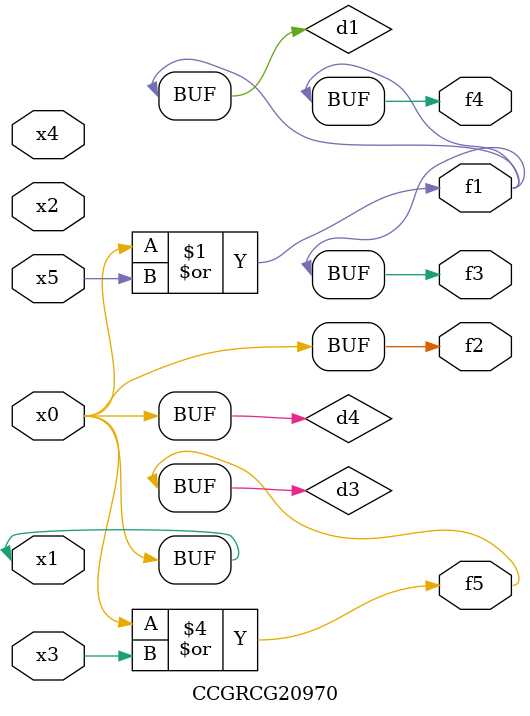
<source format=v>
module CCGRCG20970(
	input x0, x1, x2, x3, x4, x5,
	output f1, f2, f3, f4, f5
);

	wire d1, d2, d3, d4;

	or (d1, x0, x5);
	xnor (d2, x1, x4);
	or (d3, x0, x3);
	buf (d4, x0, x1);
	assign f1 = d1;
	assign f2 = d4;
	assign f3 = d1;
	assign f4 = d1;
	assign f5 = d3;
endmodule

</source>
